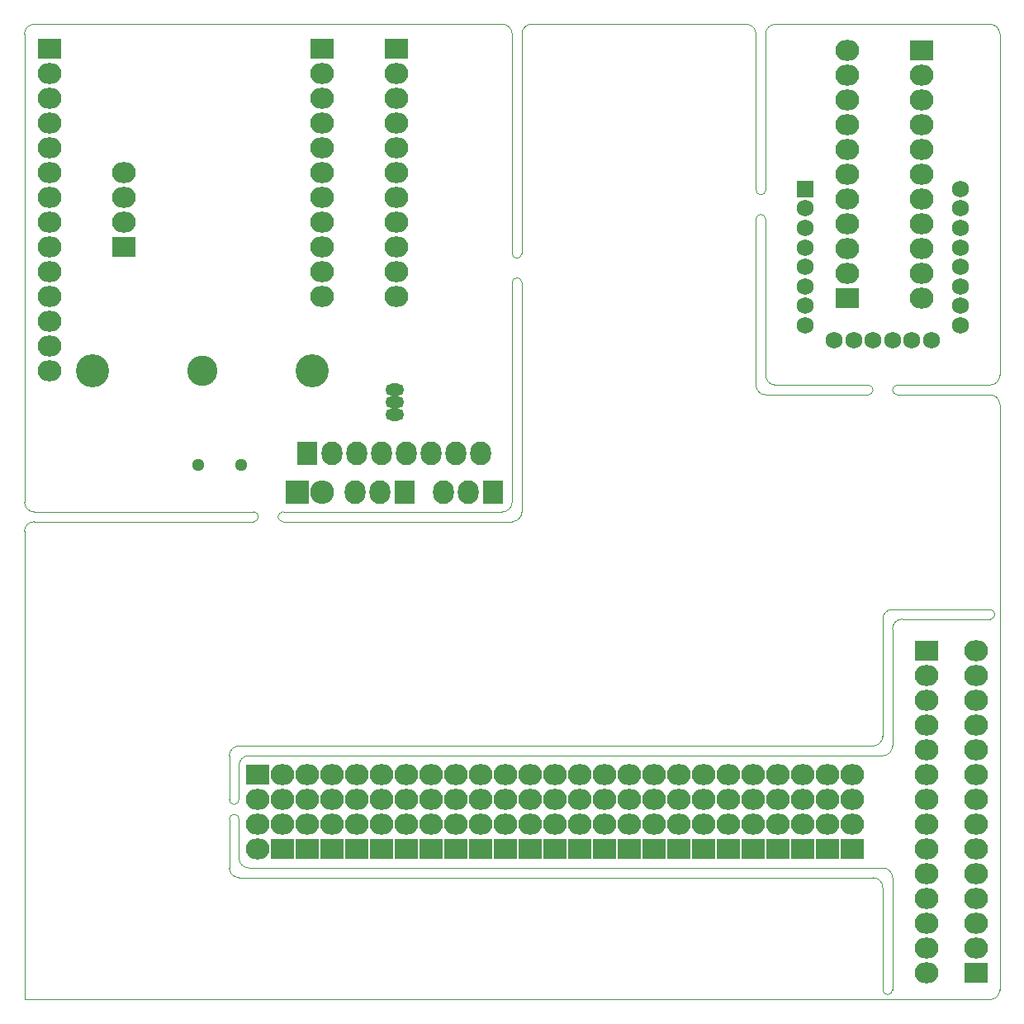
<source format=gbs>
G04 #@! TF.FileFunction,Soldermask,Bot*
%FSLAX46Y46*%
G04 Gerber Fmt 4.6, Leading zero omitted, Abs format (unit mm)*
G04 Created by KiCad (PCBNEW 4.0.2+dfsg1-stable) date Thu 29 Sep 2016 01:56:18 PM PDT*
%MOMM*%
G01*
G04 APERTURE LIST*
%ADD10C,0.100000*%
%ADD11C,0.010000*%
%ADD12R,2.432000X2.127200*%
%ADD13O,2.432000X2.127200*%
%ADD14C,1.299160*%
%ADD15R,2.127200X2.432000*%
%ADD16O,2.127200X2.432000*%
%ADD17C,1.750000*%
%ADD18R,1.750000X1.750000*%
%ADD19R,2.432000X2.432000*%
%ADD20O,2.432000X2.432000*%
%ADD21C,3.400000*%
%ADD22C,3.100000*%
%ADD23O,1.901140X1.299160*%
G04 APERTURE END LIST*
D10*
D11*
X0Y-49000000D02*
G75*
G03X1000000Y-50000000I1000000J0D01*
G01*
X1000000Y-51000000D02*
G75*
G03X0Y-52000000I0J-1000000D01*
G01*
X24000000Y-50500000D02*
G75*
G03X23500000Y-50000000I-500000J0D01*
G01*
X23500000Y-51000000D02*
G75*
G03X24000000Y-50500000I0J500000D01*
G01*
X26000000Y-50500000D02*
G75*
G03X26500000Y-51000000I500000J0D01*
G01*
X26500000Y-50000000D02*
G75*
G03X26000000Y-50500000I0J-500000D01*
G01*
X49000000Y-50000000D02*
G75*
G03X50000000Y-49000000I0J1000000D01*
G01*
X50000000Y-51000000D02*
G75*
G03X51000000Y-50000000I0J1000000D01*
G01*
X1000000Y0D02*
G75*
G03X0Y-1000000I0J-1000000D01*
G01*
X52000000Y0D02*
G75*
G03X51000000Y-1000000I0J-1000000D01*
G01*
X50000000Y-1000000D02*
G75*
G03X49000000Y0I-1000000J0D01*
G01*
X51000000Y-26500000D02*
G75*
G03X50500000Y-26000000I-500000J0D01*
G01*
X50500000Y-26000000D02*
G75*
G03X50000000Y-26500000I0J-500000D01*
G01*
X50500000Y-24000000D02*
G75*
G03X51000000Y-23500000I0J500000D01*
G01*
X50000000Y-23500000D02*
G75*
G03X50500000Y-24000000I500000J0D01*
G01*
X77000000Y0D02*
G75*
G03X76000000Y-1000000I0J-1000000D01*
G01*
X75000000Y-1000000D02*
G75*
G03X74000000Y0I-1000000J0D01*
G01*
X76000000Y-20000000D02*
G75*
G03X75500000Y-19500000I-500000J0D01*
G01*
X75500000Y-19500000D02*
G75*
G03X75000000Y-20000000I0J-500000D01*
G01*
X75500000Y-17500000D02*
G75*
G03X76000000Y-17000000I0J500000D01*
G01*
X75000000Y-17000000D02*
G75*
G03X75500000Y-17500000I500000J0D01*
G01*
X75000000Y-37000000D02*
G75*
G03X76000000Y-38000000I1000000J0D01*
G01*
X76000000Y-36000000D02*
G75*
G03X77000000Y-37000000I1000000J0D01*
G01*
X89000000Y-37500000D02*
G75*
G03X89500000Y-38000000I500000J0D01*
G01*
X89500000Y-37000000D02*
G75*
G03X89000000Y-37500000I0J-500000D01*
G01*
X86500000Y-38000000D02*
G75*
G03X87000000Y-37500000I0J500000D01*
G01*
X87000000Y-37500000D02*
G75*
G03X86500000Y-37000000I-500000J0D01*
G01*
X100000000Y-39000000D02*
G75*
G03X99000000Y-38000000I-1000000J0D01*
G01*
X99000000Y-37000000D02*
G75*
G03X100000000Y-36000000I0J1000000D01*
G01*
X100000000Y-1000000D02*
G75*
G03X99000000Y0I-1000000J0D01*
G01*
X99000000Y-100000000D02*
G75*
G03X100000000Y-99000000I0J1000000D01*
G01*
X99000000Y-61000000D02*
G75*
G03X99500000Y-60500000I0J500000D01*
G01*
X99500000Y-60500000D02*
G75*
G03X99000000Y-60000000I-500000J0D01*
G01*
X89000000Y-60000000D02*
G75*
G03X88000000Y-61000000I0J-1000000D01*
G01*
X90000000Y-61000000D02*
G75*
G03X89000000Y-62000000I0J-1000000D01*
G01*
X88000000Y-75000000D02*
G75*
G03X89000000Y-74000000I0J1000000D01*
G01*
X87000000Y-74000000D02*
G75*
G03X88000000Y-73000000I0J1000000D01*
G01*
X22000000Y-74000000D02*
G75*
G03X21000000Y-75000000I0J-1000000D01*
G01*
X23000000Y-75000000D02*
G75*
G03X22000000Y-76000000I0J-1000000D01*
G01*
X21500000Y-80000000D02*
G75*
G03X22000000Y-79500000I0J500000D01*
G01*
X21000000Y-79500000D02*
G75*
G03X21500000Y-80000000I500000J0D01*
G01*
X21500000Y-81000000D02*
G75*
G03X21000000Y-81500000I0J-500000D01*
G01*
X22000000Y-81500000D02*
G75*
G03X21500000Y-81000000I-500000J0D01*
G01*
X21000000Y-86500000D02*
G75*
G03X22000000Y-87500000I1000000J0D01*
G01*
X22000000Y-85500000D02*
G75*
G03X23000000Y-86500000I1000000J0D01*
G01*
X89000000Y-87500000D02*
G75*
G03X88000000Y-86500000I-1000000J0D01*
G01*
X88000000Y-88500000D02*
G75*
G03X87000000Y-87500000I-1000000J0D01*
G01*
X88500000Y-99500000D02*
G75*
G03X89000000Y-99000000I0J500000D01*
G01*
X88000000Y-99000000D02*
G75*
G03X88500000Y-99500000I500000J0D01*
G01*
X50000000Y-23500000D02*
X50000000Y-1000000D01*
X1000000Y-50000000D02*
X23500000Y-50000000D01*
X23500000Y-51000000D02*
X1000000Y-51000000D01*
X26500000Y-50000000D02*
X49000000Y-50000000D01*
X50000000Y-51000000D02*
X26500000Y-51000000D01*
X51000000Y-50000000D02*
X51000000Y-26500000D01*
X50000000Y-26500000D02*
X50000000Y-49000000D01*
X51000000Y-23500000D02*
X51000000Y-1000000D01*
X1000000Y0D02*
X49000000Y0D01*
X0Y-49000000D02*
X0Y-1000000D01*
X0Y-100000000D02*
X0Y-52000000D01*
X52000000Y0D02*
X74000000Y0D01*
X76000000Y-36000000D02*
X76000000Y-20000000D01*
X75000000Y-20000000D02*
X75000000Y-37000000D01*
X76000000Y-1000000D02*
X76000000Y-17000000D01*
X75000000Y-17000000D02*
X75000000Y-1000000D01*
X100000000Y-39000000D02*
X100000000Y-99000000D01*
X99000000Y0D02*
X77000000Y0D01*
X100000000Y-36000000D02*
X100000000Y-1000000D01*
X76000000Y-38000000D02*
X86500000Y-38000000D01*
X86500000Y-37000000D02*
X77000000Y-37000000D01*
X89500000Y-38000000D02*
X99000000Y-38000000D01*
X99000000Y-37000000D02*
X89500000Y-37000000D01*
X99000000Y-100000000D02*
X0Y-100000000D01*
X90000000Y-61000000D02*
X99000000Y-61000000D01*
X99000000Y-60000000D02*
X89000000Y-60000000D01*
X88000000Y-88500000D02*
X88000000Y-99000000D01*
X89000000Y-99000000D02*
X89000000Y-87500000D01*
X22000000Y-87500000D02*
X87000000Y-87500000D01*
X22000000Y-85500000D02*
X22000000Y-81500000D01*
X88000000Y-86500000D02*
X23000000Y-86500000D01*
X21000000Y-81500000D02*
X21000000Y-86500000D01*
X22000000Y-79500000D02*
X22000000Y-76000000D01*
X21000000Y-75000000D02*
X21000000Y-79500000D01*
X22000000Y-74000000D02*
X87000000Y-74000000D01*
X88000000Y-75000000D02*
X23000000Y-75000000D01*
X89000000Y-62000000D02*
X89000000Y-74000000D01*
X88000000Y-61000000D02*
X88000000Y-73000000D01*
D12*
X84836000Y-84582000D03*
D13*
X84836000Y-82042000D03*
X84836000Y-79502000D03*
X84836000Y-76962000D03*
D12*
X82296000Y-84582000D03*
D13*
X82296000Y-82042000D03*
X82296000Y-79502000D03*
X82296000Y-76962000D03*
D12*
X79756000Y-84582000D03*
D13*
X79756000Y-82042000D03*
X79756000Y-79502000D03*
X79756000Y-76962000D03*
D12*
X77216000Y-84582000D03*
D13*
X77216000Y-82042000D03*
X77216000Y-79502000D03*
X77216000Y-76962000D03*
D12*
X74676000Y-84582000D03*
D13*
X74676000Y-82042000D03*
X74676000Y-79502000D03*
X74676000Y-76962000D03*
D12*
X72136000Y-84582000D03*
D13*
X72136000Y-82042000D03*
X72136000Y-79502000D03*
X72136000Y-76962000D03*
D12*
X69596000Y-84582000D03*
D13*
X69596000Y-82042000D03*
X69596000Y-79502000D03*
X69596000Y-76962000D03*
D12*
X67056000Y-84582000D03*
D13*
X67056000Y-82042000D03*
X67056000Y-79502000D03*
X67056000Y-76962000D03*
D12*
X64516000Y-84582000D03*
D13*
X64516000Y-82042000D03*
X64516000Y-79502000D03*
X64516000Y-76962000D03*
D12*
X61976000Y-84582000D03*
D13*
X61976000Y-82042000D03*
X61976000Y-79502000D03*
X61976000Y-76962000D03*
D12*
X59436000Y-84582000D03*
D13*
X59436000Y-82042000D03*
X59436000Y-79502000D03*
X59436000Y-76962000D03*
D12*
X56896000Y-84582000D03*
D13*
X56896000Y-82042000D03*
X56896000Y-79502000D03*
X56896000Y-76962000D03*
D12*
X54356000Y-84582000D03*
D13*
X54356000Y-82042000D03*
X54356000Y-79502000D03*
X54356000Y-76962000D03*
D12*
X51816000Y-84582000D03*
D13*
X51816000Y-82042000D03*
X51816000Y-79502000D03*
X51816000Y-76962000D03*
D12*
X49276000Y-84582000D03*
D13*
X49276000Y-82042000D03*
X49276000Y-79502000D03*
X49276000Y-76962000D03*
D12*
X46736000Y-84582000D03*
D13*
X46736000Y-82042000D03*
X46736000Y-79502000D03*
X46736000Y-76962000D03*
D12*
X44196000Y-84582000D03*
D13*
X44196000Y-82042000D03*
X44196000Y-79502000D03*
X44196000Y-76962000D03*
D12*
X41656000Y-84582000D03*
D13*
X41656000Y-82042000D03*
X41656000Y-79502000D03*
X41656000Y-76962000D03*
D12*
X39116000Y-84582000D03*
D13*
X39116000Y-82042000D03*
X39116000Y-79502000D03*
X39116000Y-76962000D03*
D12*
X36576000Y-84582000D03*
D13*
X36576000Y-82042000D03*
X36576000Y-79502000D03*
X36576000Y-76962000D03*
D12*
X34036000Y-84582000D03*
D13*
X34036000Y-82042000D03*
X34036000Y-79502000D03*
X34036000Y-76962000D03*
D12*
X31496000Y-84582000D03*
D13*
X31496000Y-82042000D03*
X31496000Y-79502000D03*
X31496000Y-76962000D03*
D12*
X28956000Y-84582000D03*
D13*
X28956000Y-82042000D03*
X28956000Y-79502000D03*
X28956000Y-76962000D03*
D14*
X17800360Y-45149100D03*
X22199640Y-45149100D03*
D15*
X48000000Y-48000000D03*
D16*
X45460000Y-48000000D03*
X42920000Y-48000000D03*
D17*
X93002000Y-32384000D03*
X83002000Y-32384000D03*
X85002000Y-32384000D03*
X87002000Y-32384000D03*
X89002000Y-32384000D03*
X91002000Y-32384000D03*
X96002000Y-30884000D03*
X96002000Y-28884000D03*
X96002000Y-26884000D03*
X96002000Y-24884000D03*
X96002000Y-22884000D03*
X96002000Y-20884000D03*
X96002000Y-18884000D03*
X96002000Y-16884000D03*
D18*
X80002000Y-16884000D03*
D17*
X80002000Y-18884000D03*
X80002000Y-20884000D03*
X80002000Y-22884000D03*
X80002000Y-24884000D03*
X80002000Y-26884000D03*
X80002000Y-28884000D03*
X80002000Y-30884000D03*
D19*
X28000000Y-48000000D03*
D20*
X30540000Y-48000000D03*
D15*
X39000000Y-48000000D03*
D16*
X36460000Y-48000000D03*
X33920000Y-48000000D03*
D12*
X84320000Y-28060000D03*
D13*
X84320000Y-25520000D03*
X84320000Y-22980000D03*
X84320000Y-20440000D03*
X84320000Y-17900000D03*
X84320000Y-15360000D03*
X84320000Y-12820000D03*
X84320000Y-10280000D03*
X84320000Y-7740000D03*
X84320000Y-5200000D03*
X84320000Y-2660000D03*
D12*
X91940000Y-2660000D03*
D13*
X91940000Y-5200000D03*
X91940000Y-7740000D03*
X91940000Y-10280000D03*
X91940000Y-12820000D03*
X91940000Y-15360000D03*
X91940000Y-17900000D03*
X91940000Y-20440000D03*
X91940000Y-22980000D03*
X91940000Y-25520000D03*
X91940000Y-28060000D03*
D12*
X2540000Y-2540000D03*
D13*
X2540000Y-5080000D03*
X2540000Y-7620000D03*
X2540000Y-10160000D03*
X2540000Y-12700000D03*
X2540000Y-15240000D03*
X2540000Y-17780000D03*
X2540000Y-20320000D03*
X2540000Y-22860000D03*
X2540000Y-25400000D03*
X2540000Y-27940000D03*
X2540000Y-30480000D03*
X2540000Y-33020000D03*
X2540000Y-35560000D03*
D12*
X10160000Y-22860000D03*
D13*
X10160000Y-20320000D03*
X10160000Y-17780000D03*
X10160000Y-15240000D03*
D15*
X29000000Y-44000000D03*
D16*
X31540000Y-44000000D03*
X34080000Y-44000000D03*
X36620000Y-44000000D03*
X39160000Y-44000000D03*
X41700000Y-44000000D03*
X44240000Y-44000000D03*
X46780000Y-44000000D03*
D12*
X30480000Y-2540000D03*
D13*
X30480000Y-5080000D03*
X30480000Y-7620000D03*
X30480000Y-10160000D03*
X30480000Y-12700000D03*
X30480000Y-15240000D03*
X30480000Y-17780000D03*
X30480000Y-20320000D03*
X30480000Y-22860000D03*
X30480000Y-25400000D03*
X30480000Y-27940000D03*
D12*
X38100000Y-2540000D03*
D13*
X38100000Y-5080000D03*
X38100000Y-7620000D03*
X38100000Y-10160000D03*
X38100000Y-12700000D03*
X38100000Y-15240000D03*
X38100000Y-17780000D03*
X38100000Y-20320000D03*
X38100000Y-22860000D03*
X38100000Y-25400000D03*
X38100000Y-27940000D03*
D12*
X97536000Y-97282000D03*
D13*
X97536000Y-94742000D03*
X97536000Y-92202000D03*
X97536000Y-89662000D03*
X97536000Y-87122000D03*
X97536000Y-84582000D03*
X97536000Y-82042000D03*
X97536000Y-79502000D03*
X97536000Y-76962000D03*
X97536000Y-74422000D03*
X97536000Y-71882000D03*
X97536000Y-69342000D03*
X97536000Y-66802000D03*
X97536000Y-64262000D03*
D12*
X23876000Y-76962000D03*
D13*
X23876000Y-79502000D03*
X23876000Y-82042000D03*
X23876000Y-84582000D03*
D12*
X92456000Y-64262000D03*
D13*
X92456000Y-66802000D03*
X92456000Y-69342000D03*
X92456000Y-71882000D03*
X92456000Y-74422000D03*
X92456000Y-76962000D03*
X92456000Y-79502000D03*
X92456000Y-82042000D03*
X92456000Y-84582000D03*
X92456000Y-87122000D03*
X92456000Y-89662000D03*
X92456000Y-92202000D03*
X92456000Y-94742000D03*
X92456000Y-97282000D03*
D12*
X26416000Y-84582000D03*
D13*
X26416000Y-82042000D03*
X26416000Y-79502000D03*
X26416000Y-76962000D03*
D21*
X7000000Y-35500000D03*
X29500000Y-35500000D03*
D22*
X18250000Y-35500000D03*
D23*
X38000000Y-38730000D03*
X38000000Y-37460000D03*
X38000000Y-40000000D03*
M02*

</source>
